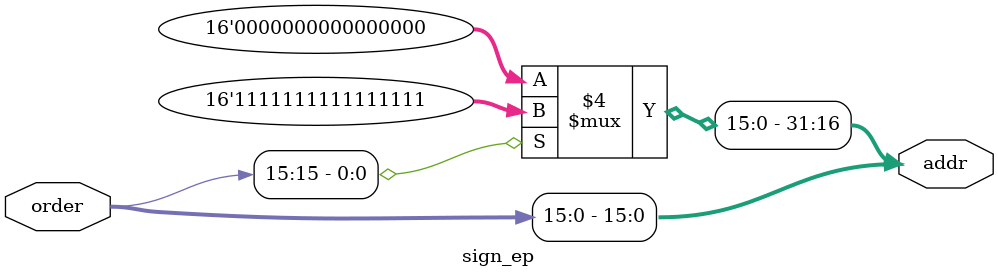
<source format=v>
module sign_ep(order,addr);
 input [15:0] order;
 output reg [31:0] addr;
 
 always @(order)
 begin
    if(order[15]==1) addr[31:16]=16'b1111111111111111;
  else addr[31:16]=16'b0000000000000000;
  addr[15:0]=order[15:0];
   end
endmodule
</source>
